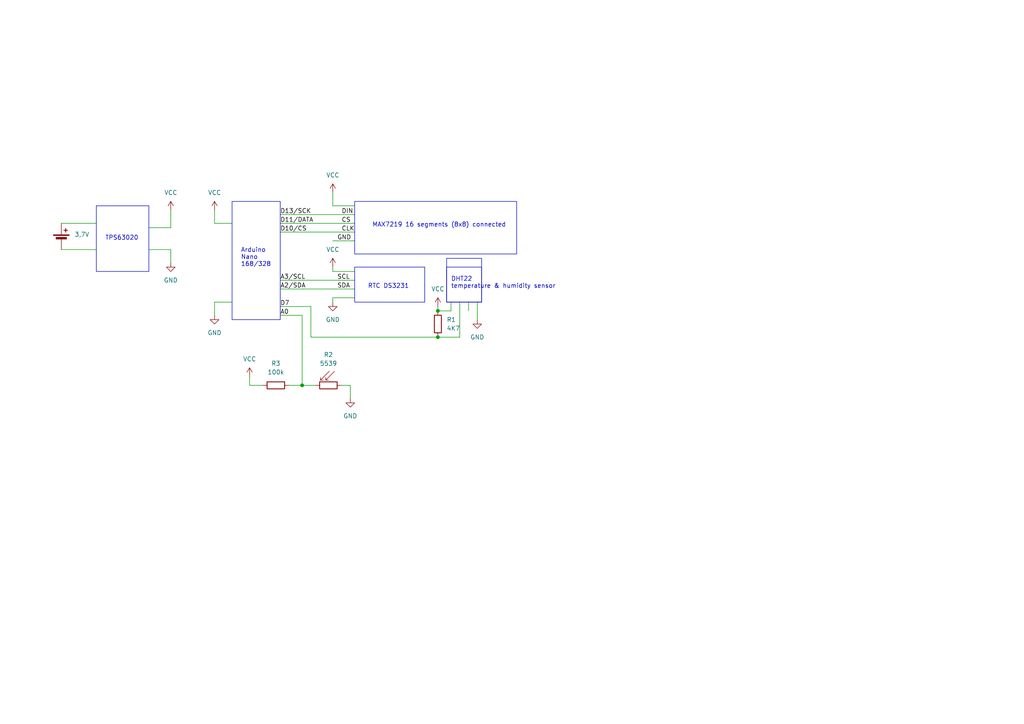
<source format=kicad_sch>
(kicad_sch (version 20230121) (generator eeschema)
  (paper "A4")
  (lib_symbols
    (symbol "Device:Battery_Cell" (pin_numbers hide) (pin_names (offset 0) hide)
      (property "Reference" "BT" (at 2.54 2.54 0))
      (property "Value" "Battery_Cell" (at 2.54 0 0))
      (symbol "Battery_Cell_0_1"
        (rectangle (start -2.286 1.778) (end 2.286 1.524) (fill (type outline)))
        (rectangle (start -1.524 1.016) (end 1.524 0.508) (fill (type outline)))
        (polyline (pts (xy 0 0.762) (xy 0 0)))
        (polyline (pts (xy 0 1.778) (xy 0 2.54)))
        (polyline (pts (xy 0.762 3.048) (xy 1.778 3.048)) (stroke (width 0.254)))
        (polyline (pts (xy 1.27 3.556) (xy 1.27 2.54)) (stroke (width 0.254)))
      )
      (symbol "Battery_Cell_1_1"
        (pin passive line (at 0 5.08 270) (length 2.54) (name "+") (number "1"))
        (pin passive line (at 0 -2.54 90) (length 2.54) (name "-") (number "2"))
      )
    )
    (symbol "Device:R" (pin_numbers hide) (pin_names (offset 0))
      (property "Reference" "R" (at 2.032 0 90))
      (property "Value" "R" (at 0 0 90))
      (symbol "R_0_1"
        (rectangle (start -1.016 -2.54) (end 1.016 2.54) (stroke (width 0.254)))
      )
      (symbol "R_1_1"
        (pin passive line (at 0 3.81 270) (length 1.27) (name "~") (number "1"))
        (pin passive line (at 0 -3.81 90) (length 1.27) (name "~") (number "2"))
      )
    )
    (symbol "Device:R_Photo" (pin_numbers hide) (pin_names (offset 0))
      (property "Reference" "R" (at 1.27 1.27 0))
      (property "Value" "R_Photo" (at 1.27 0 0))
      (symbol "R_Photo_0_1"
        (rectangle (start -1.016 2.54) (end 1.016 -2.54) (stroke (width 0.254)))
        (polyline (pts (xy -1.524 -2.286) (xy -4.064 0.254)))
        (polyline (pts (xy -1.524 -2.286) (xy -2.286 -2.286)))
        (polyline (pts (xy -1.524 -2.286) (xy -1.524 -1.524)))
        (polyline (pts (xy -1.524 -0.762) (xy -4.064 1.778)))
        (polyline (pts (xy -1.524 -0.762) (xy -2.286 -0.762)))
        (polyline (pts (xy -1.524 -0.762) (xy -1.524 0)))
      )
      (symbol "R_Photo_1_1"
        (pin passive line (at 0 3.81 270) (length 1.27) (name "~") (number "1"))
        (pin passive line (at 0 -3.81 90) (length 1.27) (name "~") (number "2"))
      )
    )
    (symbol "power:GND" (power) (pin_names (offset 0))
      (property "Value" "GND" (at 0 -3.81 0))
      (symbol "GND_0_1"
        (polyline (pts (xy 0 0) (xy 0 -1.27) (xy 1.27 -1.27) (xy 0 -2.54) (xy -1.27 -1.27) (xy 0 -1.27)))
      )
      (symbol "GND_1_1"
        (pin power_in line (at 0 0 270) (length 0) hide (name "GND") (number "1"))
      )
    )
    (symbol "power:VCC" (power) (pin_names (offset 0))
      (property "Value" "VCC" (at 0 3.81 0))
      (symbol "VCC_0_1"
        (polyline (pts (xy -0.762 1.27) (xy 0 2.54)))
        (polyline (pts (xy 0 0) (xy 0 2.54)))
        (polyline (pts (xy 0 2.54) (xy 0.762 1.27)))
      )
      (symbol "VCC_1_1"
        (pin power_in line (at 0 0 90) (length 0) hide (name "VCC") (number "1"))
      )
    )
  )
  (junction (at 87.63 111.76))
  (junction (at 127 97.79))
  (junction (at 127 90.17))
  (wire (pts (xy 81.28 83.82) (xy 102.87 83.82)))
  (wire (pts (xy 96.52 87.63) (xy 96.52 86.36)))
  (wire (pts (xy 49.53 60.96) (xy 49.53 66.04)))
  (wire (pts (xy 87.63 111.76) (xy 91.44 111.76)))
  (wire (pts (xy 72.39 111.76) (xy 76.2 111.76)))
  (wire (pts (xy 62.23 87.63) (xy 67.31 87.63)))
  (wire (pts (xy 135.89 87.63) (xy 135.89 90.17)))
  (wire (pts (xy 127 97.79) (xy 90.17 97.79)))
  (wire (pts (xy 17.78 72.39) (xy 27.94 72.39)))
  (wire (pts (xy 81.28 64.77) (xy 102.87 64.77)))
  (wire (pts (xy 127 88.9) (xy 127 90.17)))
  (wire (pts (xy 81.28 81.28) (xy 102.87 81.28)))
  (wire (pts (xy 62.23 64.77) (xy 67.31 64.77)))
  (wire (pts (xy 90.17 97.79) (xy 90.17 88.9)))
  (wire (pts (xy 133.35 97.79) (xy 127 97.79)))
  (wire (pts (xy 138.43 87.63) (xy 138.43 92.71)))
  (wire (pts (xy 127 90.17) (xy 130.81 90.17)))
  (wire (pts (xy 83.82 111.76) (xy 87.63 111.76)))
  (wire (pts (xy 96.52 59.69) (xy 102.87 59.69)))
  (wire (pts (xy 17.78 64.77) (xy 27.94 64.77)))
  (wire (pts (xy 49.53 76.2) (xy 49.53 72.39)))
  (wire (pts (xy 43.18 66.04) (xy 49.53 66.04)))
  (wire (pts (xy 81.28 88.9) (xy 90.17 88.9)))
  (wire (pts (xy 99.06 111.76) (xy 101.6 111.76)))
  (wire (pts (xy 72.39 109.22) (xy 72.39 111.76)))
  (wire (pts (xy 62.23 64.77) (xy 62.23 60.96)))
  (wire (pts (xy 96.52 55.88) (xy 96.52 59.69)))
  (wire (pts (xy 81.28 91.44) (xy 87.63 91.44)))
  (wire (pts (xy 62.23 91.44) (xy 62.23 87.63)))
  (wire (pts (xy 130.81 87.63) (xy 130.81 90.17)))
  (wire (pts (xy 81.28 67.31) (xy 102.87 67.31)))
  (wire (pts (xy 133.35 87.63) (xy 133.35 97.79)))
  (wire (pts (xy 87.63 91.44) (xy 87.63 111.76)))
  (wire (pts (xy 96.52 86.36) (xy 102.87 86.36)))
  (wire (pts (xy 102.87 78.74) (xy 96.52 78.74)))
  (wire (pts (xy 81.28 62.23) (xy 102.87 62.23)))
  (wire (pts (xy 101.6 111.76) (xy 101.6 115.57)))
  (wire (pts (xy 96.52 77.47) (xy 96.52 78.74)))
  (wire (pts (xy 96.52 69.85) (xy 102.87 69.85)))
  (wire (pts (xy 43.18 72.39) (xy 49.53 72.39)))
  (rectangle (start 102.87 77.47) (end 123.19 87.63))
  (rectangle (start 129.54 74.93) (end 139.7 87.63))
  (rectangle (start 102.87 58.42) (end 149.86 73.66))
  (rectangle (start 67.31 58.42) (end 81.28 92.71))
  (rectangle (start 27.94 59.69) (end 43.18 78.74))
  (rectangle (start 129.54 77.47) (end 139.7 87.63))
  (text "Arduino\nNano\n168/328" (at 69.85 77.47 0) (effects (font (size 1.27 1.27)) (justify left bottom)))
  (text "DHT22\ntemperature & humidity sensor\n" (at 130.81 83.82 0) (effects (font (size 1.27 1.27)) (justify left bottom)))
  (text "TPS63020" (at 30.48 69.85 0) (effects (font (size 1.27 1.27)) (justify left bottom)))
  (text "RTC DS3231" (at 106.68 83.82 0) (effects (font (size 1.27 1.27)) (justify left bottom)))
  (text "MAX7219 16 segments (8x8) connected" (at 107.95 66.04 0) (effects (font (size 1.27 1.27)) (justify left bottom)))
  (label "CS" (at 99.06 64.77 0))
  (label "DIN" (at 99.06 62.23 0))
  (label "A0" (at 81.28 91.44 0))
  (label "A3{slash}SCL" (at 81.28 81.28 0))
  (label "D11{slash}DATA" (at 81.28 64.77 0))
  (label "D7" (at 81.28 88.9 0))
  (label "D13{slash}SCK" (at 81.28 62.23 0))
  (label "GND" (at 97.79 69.85 0))
  (label "CLK" (at 99.06 67.31 0))
  (label "D10{slash}CS" (at 81.28 67.31 0))
  (label "A2{slash}SDA" (at 81.28 83.82 0))
  (label "SCL" (at 97.79 81.28 0))
  (label "SDA" (at 97.79 83.82 0))
  (symbol (lib_id "Device:R_Photo") (at 95.25 111.76 270) (unit 1)
    (property "Reference" "R2" (at 95.25 102.87 90))
    (property "Value" "5539" (at 95.25 105.41 90))
  )
  (symbol (lib_id "Device:Battery_Cell") (at 17.78 69.85 0) (unit 1)
    (property "Reference" "BAT" (effects hide))
    (property "Value" "3,7V" (at 21.59 68.0085 0) (effects (justify left)))
  )
  (symbol (lib_id "power:GND") (at 96.52 87.63 0) (unit 1)
    (property "Reference" "#PWR04" (effects hide))
    (property "Value" "GND" (at 96.52 92.71 0))
  )
  (symbol (lib_id "Device:R") (at 80.01 111.76 90) (unit 1)
    (property "Reference" "R3" (at 80.01 105.41 90))
    (property "Value" "100k" (at 80.01 107.95 90))
  )
  (symbol (lib_id "power:VCC") (at 96.52 77.47 0) (unit 1)
    (property "Reference" "#PWR05" (effects hide))
    (property "Value" "VCC" (at 96.52 72.39 0))
  )
  (symbol (lib_id "Device:R") (at 127 93.98 0) (unit 1)
    (property "Reference" "R1" (at 129.54 92.71 0) (effects (justify left)))
    (property "Value" "4K7" (at 129.54 95.25 0) (effects (justify left)))
  )
  (symbol (lib_id "power:VCC") (at 72.39 109.22 0) (unit 1)
    (property "Reference" "#PWR09" (effects hide))
    (property "Value" "VCC" (at 72.39 104.14 0))
  )
  (symbol (lib_id "power:VCC") (at 49.53 60.96 0) (unit 1)
    (property "Reference" "#PWR010" (effects hide))
    (property "Value" "VCC" (at 49.53 55.88 0))
  )
  (symbol (lib_id "power:GND") (at 49.53 76.2 0) (unit 1)
    (property "Reference" "#PWR011" (effects hide))
    (property "Value" "GND" (at 49.53 81.28 0))
  )
  (symbol (lib_id "power:GND") (at 138.43 92.71 0) (unit 1)
    (property "Reference" "#PWR07" (effects hide))
    (property "Value" "GND" (at 138.43 97.79 0))
  )
  (symbol (lib_id "power:GND") (at 62.23 91.44 0) (unit 1)
    (property "Reference" "#PWR01" (effects hide))
    (property "Value" "GND" (at 62.23 96.52 0))
  )
  (symbol (lib_id "power:VCC") (at 96.52 55.88 0) (unit 1)
    (property "Reference" "#PWR03" (effects hide))
    (property "Value" "VCC" (at 96.52 50.8 0))
  )
  (symbol (lib_id "power:VCC") (at 127 88.9 0) (unit 1)
    (property "Reference" "#PWR06" (effects hide))
    (property "Value" "VCC" (at 127 83.82 0))
  )
  (symbol (lib_id "power:GND") (at 101.6 115.57 0) (unit 1)
    (property "Reference" "#PWR08" (effects hide))
    (property "Value" "GND" (at 101.6 120.65 0))
  )
  (symbol (lib_id "power:VCC") (at 62.23 60.96 0) (unit 1)
    (property "Reference" "#PWR02" (effects hide))
    (property "Value" "VCC" (at 62.23 55.88 0))
  )
)
</source>
